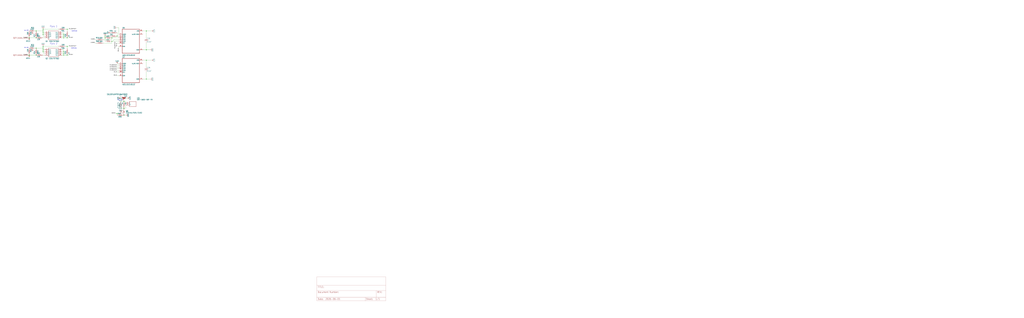
<source format=kicad_sch>
(kicad_sch (version 20231120) (generator "eeschema") (generator_version "8.0")
  (paper "User" 1510.54 469.976)
  (lib_symbols
    (symbol "upperArm-eagle-import:3.3V" (power)
      (symbol "3.3V_1_0"
        (polyline (pts (xy 0 2.54) (xy -0.762 1.27)) (stroke (width 0.254)))
        (polyline (pts (xy 0.762 1.27) (xy 0 2.54)) (stroke (width 0.254)))
        (pin power_in line (at 0 0 90) (length 2.54) (name "3.3V") (number "1"))
      )
    )
    (symbol "upperArm-eagle-import:ADS1015IDGST"
      (property "Reference" "U" (at -12.7 18.78 0))
      (symbol "ADS1015IDGST_1_0"
        (polyline (pts (xy -12.7 -17.78) (xy -12.7 17.78)) (stroke (width 0.41)))
        (polyline (pts (xy -12.7 17.78) (xy 12.7 17.78)) (stroke (width 0.41)))
        (polyline (pts (xy 12.7 -17.78) (xy -12.7 -17.78)) (stroke (width 0.41)))
        (polyline (pts (xy 12.7 17.78) (xy 12.7 -17.78)) (stroke (width 0.41)))
        (pin input line (at -17.78 10.16 0) (length 5.08) (name "ADDR") (number "1"))
        (pin input line (at -17.78 -2.54 0) (length 5.08) (name "SCL") (number "10"))
        (pin output line (at 17.78 10.16 180) (length 5.08) (name "ALERT/RDY") (number "2"))
        (pin power_in line (at 17.78 -12.7 180) (length 5.08) (name "GND") (number "3"))
        (pin input line (at -17.78 7.62 0) (length 5.08) (name "AIN0") (number "4"))
        (pin input line (at -17.78 5.08 0) (length 5.08) (name "AIN1") (number "5"))
        (pin input line (at -17.78 2.54 0) (length 5.08) (name "AIN2") (number "6"))
        (pin input line (at -17.78 0 0) (length 5.08) (name "AIN3") (number "7"))
        (pin power_in line (at 17.78 15.24 180) (length 5.08) (name "VDD") (number "8"))
        (pin bidirectional line (at -17.78 -7.62 0) (length 5.08) (name "SDA") (number "9"))
      )
    )
    (symbol "upperArm-eagle-import:B120-13-F"
      (symbol "B120-13-F_1_0"
        (polyline (pts (xy 2.54 0) (xy 3.81 0)) (stroke (width 0.2032)))
        (polyline (pts (xy 3.81 -1.905) (xy 6.35 0)) (stroke (width 0.2032)))
        (polyline (pts (xy 3.81 0) (xy 3.81 -1.905)) (stroke (width 0.2032)))
        (polyline (pts (xy 3.81 1.905) (xy 3.81 0)) (stroke (width 0.2032)))
        (polyline (pts (xy 6.35 -1.905) (xy 6.35 0)) (stroke (width 0.2032)))
        (polyline (pts (xy 6.35 0) (xy 3.81 1.905)) (stroke (width 0.2032)))
        (polyline (pts (xy 6.35 0) (xy 6.35 1.905)) (stroke (width 0.2032)))
        (polyline (pts (xy 6.35 0) (xy 7.62 0)) (stroke (width 0.2032)))
        (pin passive line (at 10.16 0 180) (length 2.54) (name "1") (number "1"))
        (pin passive line (at 0 0 0) (length 2.54) (name "2") (number "2"))
      )
    )
    (symbol "upperArm-eagle-import:C-USC0603"
      (property "Reference" "C" (at 1.016 0.635 0))
      (symbol "C-USC0603_1_0"
        (arc (start 0 -1.0161) (mid -1.302 -1.2303) (end -2.4668 -1.8504) (stroke (width 0.254)))
        (polyline (pts (xy -2.54 0) (xy 2.54 0)) (stroke (width 0.254)))
        (polyline (pts (xy 0 -1.016) (xy 0 -2.54)) (stroke (width 0.1524)))
        (arc (start 2.4892 -1.8541) (mid 1.3158 -1.2194) (end 0 -1) (stroke (width 0.254)))
        (pin passive line (at 0 2.54 270) (length 2.54) (name "1") (number "1"))
        (pin passive line (at 0 -5.08 90) (length 2.54) (name "2") (number "2"))
      )
    )
    (symbol "upperArm-eagle-import:CMT-1603-SMT-TR"
      (property "Reference" "LS" (at 16.51 7.62 0))
      (symbol "CMT-1603-SMT-TR_1_0"
        (polyline (pts (xy 5.08 2.54) (xy 5.08 -5.08)) (stroke (width 0.254)))
        (polyline (pts (xy 5.08 2.54) (xy 15.24 2.54)) (stroke (width 0.254)))
        (polyline (pts (xy 15.24 -5.08) (xy 5.08 -5.08)) (stroke (width 0.254)))
        (polyline (pts (xy 15.24 -5.08) (xy 15.24 2.54)) (stroke (width 0.254)))
        (pin bidirectional line (at 0 0 0) (length 5.08) (name "1") (number "1"))
        (pin bidirectional line (at 0 -2.54 0) (length 5.08) (name "2") (number "2"))
      )
    )
    (symbol "upperArm-eagle-import:CSD17575Q3"
      (property "Reference" "Q" (at 21.59 7.62 0))
      (symbol "CSD17575Q3_1_0"
        (polyline (pts (xy 5.08 2.54) (xy 5.08 -10.16)) (stroke (width 0.254)))
        (polyline (pts (xy 5.08 2.54) (xy 20.32 2.54)) (stroke (width 0.254)))
        (polyline (pts (xy 20.32 -10.16) (xy 5.08 -10.16)) (stroke (width 0.254)))
        (polyline (pts (xy 20.32 -10.16) (xy 20.32 2.54)) (stroke (width 0.254)))
        (pin bidirectional line (at 0 0 0) (length 5.08) (name "S_1") (number "1"))
        (pin bidirectional line (at 0 -2.54 0) (length 5.08) (name "S_2") (number "2"))
        (pin bidirectional line (at 0 -5.08 0) (length 5.08) (name "S_3") (number "3"))
        (pin bidirectional line (at 0 -7.62 0) (length 5.08) (name "G") (number "4"))
        (pin bidirectional line (at 25.4 0 180) (length 5.08) (name "D_1") (number "5"))
        (pin bidirectional line (at 25.4 -2.54 180) (length 5.08) (name "D_2") (number "6"))
        (pin bidirectional line (at 25.4 -5.08 180) (length 5.08) (name "D_3") (number "7"))
        (pin bidirectional line (at 25.4 -7.62 180) (length 5.08) (name "D_4") (number "8"))
      )
    )
    (symbol "upperArm-eagle-import:FRAME_C_L"
      (symbol "FRAME_C_L_1_0"
        (polyline (pts (xy 0 47.9778) (xy 3.81 47.9778)))
        (polyline (pts (xy 0 95.9556) (xy 3.81 95.9556)))
        (polyline (pts (xy 0 143.9333) (xy 3.81 143.9333)))
        (polyline (pts (xy 0 191.9111) (xy 3.81 191.9111)))
        (polyline (pts (xy 0 239.8889) (xy 3.81 239.8889)))
        (polyline (pts (xy 0 287.8667) (xy 3.81 287.8667)))
        (polyline (pts (xy 0 335.8444) (xy 3.81 335.8444)))
        (polyline (pts (xy 0 383.8222) (xy 3.81 383.8222)))
        (polyline (pts (xy 3.81 3.81) (xy 3.81 427.99)))
        (polyline (pts (xy 50.8 0) (xy 50.8 3.81)))
        (polyline (pts (xy 101.6 0) (xy 101.6 3.81)))
        (polyline (pts (xy 152.4 0) (xy 152.4 3.81)))
        (polyline (pts (xy 203.2 0) (xy 203.2 3.81)))
        (polyline (pts (xy 254 0) (xy 254 3.81)))
        (polyline (pts (xy 304.8 0) (xy 304.8 3.81)))
        (polyline (pts (xy 355.6 0) (xy 355.6 3.81)))
        (polyline (pts (xy 406.4 0) (xy 406.4 3.81)))
        (polyline (pts (xy 457.2 0) (xy 457.2 3.81)))
        (polyline (pts (xy 508 0) (xy 508 3.81)))
        (polyline (pts (xy 554.99 3.81) (xy 554.99 427.99)))
        (polyline (pts (xy 554.99 47.9778) (xy 558.8 47.9778)))
        (polyline (pts (xy 554.99 95.9556) (xy 558.8 95.9556)))
        (polyline (pts (xy 554.99 143.9333) (xy 558.8 143.9333)))
        (polyline (pts (xy 554.99 191.9111) (xy 558.8 191.9111)))
        (polyline (pts (xy 554.99 239.8889) (xy 558.8 239.8889)))
        (polyline (pts (xy 554.99 287.8667) (xy 558.8 287.8667)))
        (polyline (pts (xy 554.99 335.8444) (xy 558.8 335.8444)))
        (polyline (pts (xy 554.99 383.8222) (xy 558.8 383.8222)))
        (polyline (pts (xy 554.99 427.99) (xy 3.81 427.99)))
        (polyline (pts (xy 0 0) (xy 558.8 0) (xy 558.8 431.8) (xy 0 431.8) (xy 0 0)))
        (text "1" (at 25.4 429.895 0) (effects (font (size 2.54 2.286))))
        (text "2" (at 76.2 429.895 0) (effects (font (size 2.54 2.286))))
        (text "3" (at 127 429.895 0) (effects (font (size 2.54 2.286))))
        (text "4" (at 177.8 429.895 0) (effects (font (size 2.54 2.286))))
        (text "5" (at 228.6 429.895 0) (effects (font (size 2.54 2.286))))
        (text "6" (at 279.4 429.895 0) (effects (font (size 2.54 2.286))))
        (text "7" (at 330.2 429.895 0) (effects (font (size 2.54 2.286))))
        (text "8" (at 381 429.895 0) (effects (font (size 2.54 2.286))))
        (text "9" (at 431.8 429.895 0) (effects (font (size 2.54 2.286))))
        (text ":" (at 482.6 429.895 0) (effects (font (size 2.54 2.286))))
        (text ";" (at 533.4 429.895 0) (effects (font (size 2.54 2.286))))
        (text "A" (at 1.905 407.8111 0) (effects (font (size 2.54 2.286))))
        (text "A" (at 556.895 407.8111 0) (effects (font (size 2.54 2.286))))
        (text "B" (at 1.905 359.8333 0) (effects (font (size 2.54 2.286))))
        (text "B" (at 556.895 359.8333 0) (effects (font (size 2.54 2.286))))
        (text "C" (at 1.905 311.8556 0) (effects (font (size 2.54 2.286))))
        (text "C" (at 556.895 311.8556 0) (effects (font (size 2.54 2.286))))
        (text "D" (at 1.905 263.8778 0) (effects (font (size 2.54 2.286))))
        (text "D" (at 556.895 263.8778 0) (effects (font (size 2.54 2.286))))
        (text "E" (at 1.905 215.9 0) (effects (font (size 2.54 2.286))))
        (text "E" (at 556.895 215.9 0) (effects (font (size 2.54 2.286))))
        (text "F" (at 1.905 167.9222 0) (effects (font (size 2.54 2.286))))
        (text "F" (at 556.895 167.9222 0) (effects (font (size 2.54 2.286))))
        (text "G" (at 1.905 119.9444 0) (effects (font (size 2.54 2.286))))
        (text "G" (at 556.895 119.9444 0) (effects (font (size 2.54 2.286))))
        (text "H" (at 1.905 71.9667 0) (effects (font (size 2.54 2.286))))
        (text "H" (at 556.895 71.9667 0) (effects (font (size 2.54 2.286))))
        (text "I" (at 1.905 23.9889 0) (effects (font (size 2.54 2.286))))
        (text "I" (at 556.895 23.9889 0) (effects (font (size 2.54 2.286))))
      )
      (symbol "FRAME_C_L_2_0"
        (polyline (pts (xy 0 0) (xy 0 5.08)) (stroke (width 0.1016)))
        (polyline (pts (xy 0 0) (xy 71.12 0)) (stroke (width 0.1016)))
        (polyline (pts (xy 0 5.08) (xy 0 15.24)) (stroke (width 0.1016)))
        (polyline (pts (xy 0 5.08) (xy 71.12 5.08)) (stroke (width 0.1016)))
        (polyline (pts (xy 0 15.24) (xy 0 22.86)) (stroke (width 0.1016)))
        (polyline (pts (xy 0 22.86) (xy 0 35.56)) (stroke (width 0.1016)))
        (polyline (pts (xy 0 22.86) (xy 101.6 22.86)) (stroke (width 0.1016)))
        (polyline (pts (xy 71.12 0) (xy 101.6 0)) (stroke (width 0.1016)))
        (polyline (pts (xy 71.12 5.08) (xy 71.12 0)) (stroke (width 0.1016)))
        (polyline (pts (xy 71.12 5.08) (xy 87.63 5.08)) (stroke (width 0.1016)))
        (polyline (pts (xy 87.63 5.08) (xy 101.6 5.08)) (stroke (width 0.1016)))
        (polyline (pts (xy 87.63 15.24) (xy 0 15.24)) (stroke (width 0.1016)))
        (polyline (pts (xy 87.63 15.24) (xy 87.63 5.08)) (stroke (width 0.1016)))
        (polyline (pts (xy 101.6 5.08) (xy 101.6 0)) (stroke (width 0.1016)))
        (polyline (pts (xy 101.6 15.24) (xy 87.63 15.24)) (stroke (width 0.1016)))
        (polyline (pts (xy 101.6 15.24) (xy 101.6 5.08)) (stroke (width 0.1016)))
        (polyline (pts (xy 101.6 22.86) (xy 101.6 15.24)) (stroke (width 0.1016)))
        (polyline (pts (xy 101.6 35.56) (xy 0 35.56)) (stroke (width 0.1016)))
        (polyline (pts (xy 101.6 35.56) (xy 101.6 22.86)) (stroke (width 0.1016)))
        (text "${#}/${##}" (at 86.36 1.27 0) (effects (font (size 2.54 2.159)) (justify left bottom)))
        (text "${CURRENT_DATE}" (at 12.7 1.27 0) (effects (font (size 2.54 2.159)) (justify left bottom)))
        (text "${PROJECTNAME}" (at 17.78 19.05 0) (effects (font (size 2.54 2.159)) (justify left bottom)))
        (text "Date:" (at 1.27 1.27 0) (effects (font (size 2.54 2.159)) (justify left bottom)))
        (text "Document Number:" (at 1.27 11.43 0) (effects (font (size 2.54 2.159)) (justify left bottom)))
        (text "REV:" (at 88.9 11.43 0) (effects (font (size 2.54 2.159)) (justify left bottom)))
        (text "Sheet:" (at 72.39 1.27 0) (effects (font (size 2.54 2.159)) (justify left bottom)))
        (text "TITLE:" (at 1.27 19.05 0) (effects (font (size 2.54 2.159)) (justify left bottom)))
      )
    )
    (symbol "upperArm-eagle-import:GND" (power)
      (symbol "GND_1_0"
        (polyline (pts (xy -1.905 0) (xy 1.905 0)) (stroke (width 0.254)))
        (pin power_in line (at 0 2.54 270) (length 2.54) (name "GND") (number "1"))
      )
    )
    (symbol "upperArm-eagle-import:LEDCHIP-LED0805"
      (property "Reference" "LED" (at 3.556 -4.572 90))
      (symbol "LEDCHIP-LED0805_1_0"
        (polyline (pts (xy -2.032 -0.762) (xy -3.429 -2.159)) (stroke (width 0.1524)))
        (polyline (pts (xy -1.905 -1.905) (xy -3.302 -3.302)) (stroke (width 0.1524)))
        (polyline (pts (xy 0 -2.54) (xy -1.27 -2.54)) (stroke (width 0.254)))
        (polyline (pts (xy 0 -2.54) (xy -1.27 0)) (stroke (width 0.254)))
        (polyline (pts (xy 0 0) (xy -1.27 0)) (stroke (width 0.254)))
        (polyline (pts (xy 1.27 -2.54) (xy 0 -2.54)) (stroke (width 0.254)))
        (polyline (pts (xy 1.27 0) (xy 0 -2.54)) (stroke (width 0.254)))
        (polyline (pts (xy 1.27 0) (xy 0 0)) (stroke (width 0.254)))
        (polyline (pts (xy -3.429 -2.159) (xy -3.048 -1.27) (xy -2.54 -1.778)) (stroke (width 0.1524)) (fill (type outline)))
        (polyline (pts (xy -3.302 -3.302) (xy -2.921 -2.413) (xy -2.413 -2.921)) (stroke (width 0.1524)) (fill (type outline)))
        (pin passive line (at 0 2.54 270) (length 2.54) (name "A") (number "A"))
        (pin passive line (at 0 -5.08 90) (length 2.54) (name "C") (number "C"))
      )
    )
    (symbol "upperArm-eagle-import:MOSFET-NCH-BSS138"
      (property "Reference" "Q" (at 5.08 0 0))
      (symbol "MOSFET-NCH-BSS138_1_0"
        (polyline (pts (xy -2.54 -2.54) (xy -2.54 2.54)) (stroke (width 0.1524)))
        (polyline (pts (xy -1.9812 -1.905) (xy -1.9812 -2.54)) (stroke (width 0.1524)))
        (polyline (pts (xy -1.9812 -1.905) (xy 0 -1.905)) (stroke (width 0.1524)))
        (polyline (pts (xy -1.9812 -1.2954) (xy -1.9812 -1.905)) (stroke (width 0.1524)))
        (polyline (pts (xy -1.9812 0.6858) (xy -1.9812 -0.8382)) (stroke (width 0.1524)))
        (polyline (pts (xy -1.9812 1.8034) (xy -1.9812 1.0922)) (stroke (width 0.1524)))
        (polyline (pts (xy -1.9812 1.8034) (xy 2.54 1.8034)) (stroke (width 0.1524)))
        (polyline (pts (xy -1.9812 2.54) (xy -1.9812 1.8034)) (stroke (width 0.1524)))
        (polyline (pts (xy 0 -1.905) (xy 0 0)) (stroke (width 0.1524)))
        (polyline (pts (xy 0 0) (xy -1.2192 0)) (stroke (width 0.1524)))
        (polyline (pts (xy 1.6002 0.381) (xy 1.778 0.5588)) (stroke (width 0.1524)))
        (polyline (pts (xy 2.54 -2.54) (xy 2.54 -1.905)) (stroke (width 0.1524)))
        (polyline (pts (xy 2.54 -1.905) (xy 0 -1.905)) (stroke (width 0.1524)))
        (polyline (pts (xy 2.54 -0.7112) (xy 2.54 -1.905)) (stroke (width 0.1524)))
        (polyline (pts (xy 2.54 0.5588) (xy 1.778 0.5588)) (stroke (width 0.1524)))
        (polyline (pts (xy 2.54 0.5588) (xy 3.302 0.5588)) (stroke (width 0.1524)))
        (polyline (pts (xy 2.54 1.8034) (xy 2.54 0.5588)) (stroke (width 0.1524)))
        (polyline (pts (xy 2.54 2.54) (xy 2.54 1.8034)) (stroke (width 0.1524)))
        (polyline (pts (xy 3.302 0.5588) (xy 3.4798 0.7366)) (stroke (width 0.1524)))
        (polyline (pts (xy -1.9812 0) (xy -1.2192 0.254) (xy -1.2192 -0.254)) (stroke (width 0.1524)) (fill (type outline)))
        (polyline (pts (xy 1.778 -0.7112) (xy 2.54 0.5588) (xy 3.302 -0.7112)) (stroke (width 0.1524)) (fill (type outline)))
        (pin bidirectional line (at -5.08 -2.54 0) (length 2.54) (name "G") (number "1"))
        (pin bidirectional line (at 2.54 -5.08 90) (length 2.54) (name "S") (number "2"))
        (pin bidirectional line (at 2.54 5.08 270) (length 2.54) (name "D") (number "3"))
      )
    )
    (symbol "upperArm-eagle-import:R-US_R0603"
      (property "Reference" "R" (at -3.81 1.4986 0))
      (symbol "R-US_R0603_1_0"
        (polyline (pts (xy -2.54 0) (xy -2.159 1.016)) (stroke (width 0.2032)))
        (polyline (pts (xy -2.159 1.016) (xy -1.524 -1.016)) (stroke (width 0.2032)))
        (polyline (pts (xy -1.524 -1.016) (xy -0.889 1.016)) (stroke (width 0.2032)))
        (polyline (pts (xy -0.889 1.016) (xy -0.254 -1.016)) (stroke (width 0.2032)))
        (polyline (pts (xy -0.254 -1.016) (xy 0.381 1.016)) (stroke (width 0.2032)))
        (polyline (pts (xy 0.381 1.016) (xy 1.016 -1.016)) (stroke (width 0.2032)))
        (polyline (pts (xy 1.016 -1.016) (xy 1.651 1.016)) (stroke (width 0.2032)))
        (polyline (pts (xy 1.651 1.016) (xy 2.286 -1.016)) (stroke (width 0.2032)))
        (polyline (pts (xy 2.286 -1.016) (xy 2.54 0)) (stroke (width 0.2032)))
        (pin passive line (at -5.08 0 0) (length 2.54) (name "1") (number "1"))
        (pin passive line (at 5.08 0 180) (length 2.54) (name "2") (number "2"))
      )
    )
    (symbol "upperArm-eagle-import:SOLDERJUMPER_2WAY0603"
      (property "Reference" "SJ" (at -5.08 -3.81 0))
      (symbol "SOLDERJUMPER_2WAY0603_1_0"
        (arc (start -0.635 1.27) (mid -1.905 0) (end -0.635 -1.27) (stroke (width 0.0001)) (fill (type outline)))
        (rectangle (start -0.254 -1.27) (end 0.254 1.27) (fill (type outline)))
        (polyline (pts (xy -2.54 0) (xy -1.651 0)) (stroke (width 0.1524)))
        (polyline (pts (xy 0 2.54) (xy 0 0.381)) (stroke (width 0.1524)))
        (polyline (pts (xy 2.54 0) (xy 1.651 0)) (stroke (width 0.1524)))
        (arc (start 0.635 -1.27) (mid 1.905 0) (end 0.635 1.27) (stroke (width 0.0001)) (fill (type outline)))
        (pin passive line (at -2.54 0 0) (length 0) (name "1") (number "1"))
        (pin passive line (at 0 2.54 270) (length 0) (name "2") (number "2"))
        (pin passive line (at 2.54 0 180) (length 0) (name "3") (number "3"))
      )
    )
    (symbol "upperArm-eagle-import:SparkFun-PowerSymbols_GND" (power)
      (symbol "SparkFun-PowerSymbols_GND_1_0"
        (polyline (pts (xy -1.905 0) (xy 1.905 0)) (stroke (width 0.254)))
        (pin power_in line (at 0 2.54 270) (length 2.54) (name "GND") (number "1"))
      )
    )
    (symbol "upperArm-eagle-import:TPB1,27"
      (property "Reference" "TP" (at -1.27 1.27 0))
      (symbol "TPB1,27_1_0"
        (polyline (pts (xy -0.762 -0.762) (xy 0 0)) (stroke (width 0.254)))
        (polyline (pts (xy 0 -1.524) (xy -0.762 -0.762)) (stroke (width 0.254)))
        (polyline (pts (xy 0 0) (xy 0.762 -0.762)) (stroke (width 0.254)))
        (polyline (pts (xy 0.762 -0.762) (xy 0 -1.524)) (stroke (width 0.254)))
        (text "${TP_SIGNAL_NAME}" (at 1.27 -1.27 0) (effects (font (size 1.778 1.5113)) (justify left bottom)))
        (pin input line (at 0 -2.54 90) (length 2.54) (name "TP") (number "TP"))
      )
    )
    (symbol "upperArm-eagle-import:VIN" (power)
      (symbol "VIN_1_0"
        (polyline (pts (xy 0 2.54) (xy -0.762 1.27)) (stroke (width 0.254)))
        (polyline (pts (xy 0.762 1.27) (xy 0 2.54)) (stroke (width 0.254)))
        (pin power_in line (at 0 0 90) (length 2.54) (name "VIN") (number "1"))
      )
    )
  )
  (junction (at 63.5 48.26))
  (junction (at 53.34 71.12))
  (junction (at 63.5 71.12))
  (junction (at 172.72 53.34))
  (junction (at 215.9 116.84))
  (junction (at 63.5 73.66))
  (junction (at 93.98 78.74))
  (junction (at 63.5 45.72))
  (junction (at 165.1 55.88))
  (junction (at 215.9 45.72))
  (junction (at 63.5 50.8))
  (junction (at 93.98 53.34))
  (junction (at 43.18 55.88))
  (junction (at 99.06 68.58))
  (junction (at 172.72 167.64))
  (junction (at 43.18 81.28))
  (junction (at 93.98 55.88))
  (junction (at 99.06 81.28))
  (junction (at 154.94 55.88))
  (junction (at 182.88 170.18))
  (junction (at 53.34 81.28))
  (junction (at 215.9 88.9))
  (junction (at 165.1 60.96))
  (junction (at 99.06 43.18))
  (junction (at 63.5 43.18))
  (junction (at 99.06 55.88))
  (junction (at 154.94 53.34))
  (junction (at 63.5 76.2))
  (junction (at 93.98 50.8))
  (junction (at 53.34 55.88))
  (junction (at 63.5 68.58))
  (junction (at 93.98 81.28))
  (junction (at 182.88 149.86))
  (junction (at 182.88 160.02))
  (junction (at 215.9 73.66))
  (junction (at 53.34 45.72))
  (junction (at 93.98 76.2))
  (wire (pts (xy 172.72 53.34) (xy 175.26 53.34)) (stroke (width 0.1524)))
  (wire (pts (xy 63.5 53.34) (xy 66.04 53.34)) (stroke (width 0.1524)))
  (wire (pts (xy 63.5 71.12) (xy 63.5 68.58)) (stroke (width 0.1524)))
  (wire (pts (xy 86.36 68.58) (xy 63.5 68.58)) (stroke (width 0.1524)))
  (wire (pts (xy 167.64 58.42) (xy 167.64 60.96)) (stroke (width 0.1524)))
  (wire (pts (xy 175.26 50.8) (xy 175.26 40.64)) (stroke (width 0.1524)))
  (wire (pts (xy 53.34 71.12) (xy 50.8 71.12)) (stroke (width 0.1524)))
  (wire (pts (xy 175.26 60.96) (xy 170.18 60.96)) (stroke (width 0.1524)))
  (wire (pts (xy 93.98 73.66) (xy 93.98 76.2)) (stroke (width 0.1524)))
  (wire (pts (xy 165.1 55.88) (xy 165.1 58.42)) (stroke (width 0.1524)))
  (wire (pts (xy 91.44 50.8) (xy 93.98 50.8)) (stroke (width 0.1524)))
  (wire (pts (xy 66.04 48.26) (xy 63.5 48.26)) (stroke (width 0.1524)))
  (wire (pts (xy 139.7 58.42) (xy 142.24 58.42)) (stroke (width 0.1524)))
  (wire (pts (xy 99.06 68.58) (xy 101.6 68.58)) (stroke (width 0.1524)))
  (wire (pts (xy 142.24 63.5) (xy 139.7 63.5)) (stroke (width 0.1524)))
  (wire (pts (xy 215.9 116.84) (xy 210.82 116.84)) (stroke (width 0.1524)))
  (wire (pts (xy 91.44 73.66) (xy 93.98 73.66)) (stroke (width 0.1524)))
  (wire (pts (xy 99.06 55.88) (xy 101.6 55.88)) (stroke (width 0.1524)))
  (wire (pts (xy 215.9 63.5) (xy 215.9 73.66)) (stroke (width 0.1524)))
  (wire (pts (xy 93.98 48.26) (xy 93.98 50.8)) (stroke (width 0.1524)))
  (wire (pts (xy 162.56 53.34) (xy 154.94 53.34)) (stroke (width 0.1524)))
  (wire (pts (xy 175.26 99.06) (xy 172.72 99.06)) (stroke (width 0.1524)))
  (wire (pts (xy 175.26 104.14) (xy 172.72 104.14)) (stroke (width 0.1524)))
  (wire (pts (xy 96.52 43.18) (xy 99.06 43.18)) (stroke (width 0.1524)))
  (wire (pts (xy 175.26 55.88) (xy 165.1 55.88)) (stroke (width 0.1524)))
  (wire (pts (xy 66.04 50.8) (xy 63.5 50.8)) (stroke (width 0.1524)))
  (wire (pts (xy 86.36 43.18) (xy 63.5 43.18)) (stroke (width 0.1524)))
  (wire (pts (xy 215.9 45.72) (xy 210.82 45.72)) (stroke (width 0.1524)))
  (wire (pts (xy 91.44 53.34) (xy 93.98 53.34)) (stroke (width 0.1524)))
  (wire (pts (xy 154.94 55.88) (xy 154.94 60.96)) (stroke (width 0.1524)))
  (wire (pts (xy 43.18 55.88) (xy 53.34 55.88)) (stroke (width 0.1524)))
  (wire (pts (xy 91.44 81.28) (xy 93.98 81.28)) (stroke (width 0.1524)))
  (wire (pts (xy 63.5 48.26) (xy 63.5 50.8)) (stroke (width 0.1524)))
  (wire (pts (xy 215.9 88.9) (xy 223.52 88.9)) (stroke (width 0.1524)))
  (wire (pts (xy 165.1 63.5) (xy 152.4 63.5)) (stroke (width 0.1524)))
  (wire (pts (xy 66.04 55.88) (xy 63.5 55.88)) (stroke (width 0.1524)))
  (wire (pts (xy 43.18 81.28) (xy 53.34 81.28)) (stroke (width 0.1524)))
  (wire (pts (xy 66.04 73.66) (xy 63.5 73.66)) (stroke (width 0.1524)))
  (wire (pts (xy 185.42 160.02) (xy 182.88 160.02)) (stroke (width 0.1524)))
  (wire (pts (xy 215.9 73.66) (xy 210.82 73.66)) (stroke (width 0.1524)))
  (wire (pts (xy 93.98 55.88) (xy 99.06 55.88)) (stroke (width 0.1524)))
  (wire (pts (xy 175.26 167.64) (xy 172.72 167.64)) (stroke (width 0.1524)))
  (wire (pts (xy 63.5 71.12) (xy 53.34 71.12)) (stroke (width 0.1524)))
  (wire (pts (xy 63.5 73.66) (xy 63.5 71.12)) (stroke (width 0.1524)))
  (wire (pts (xy 43.18 81.28) (xy 40.64 81.28)) (stroke (width 0.1524)))
  (wire (pts (xy 175.26 58.42) (xy 167.64 58.42)) (stroke (width 0.1524)))
  (wire (pts (xy 99.06 81.28) (xy 101.6 81.28)) (stroke (width 0.1524)))
  (wire (pts (xy 215.9 106.68) (xy 215.9 116.84)) (stroke (width 0.1524)))
  (wire (pts (xy 96.52 68.58) (xy 99.06 68.58)) (stroke (width 0.1524)))
  (wire (pts (xy 175.26 106.68) (xy 172.72 106.68)) (stroke (width 0.1524)))
  (wire (pts (xy 63.5 45.72) (xy 53.34 45.72)) (stroke (width 0.1524)))
  (wire (pts (xy 215.9 55.88) (xy 215.9 45.72)) (stroke (width 0.1524)))
  (wire (pts (xy 63.5 50.8) (xy 63.5 53.34)) (stroke (width 0.1524)))
  (wire (pts (xy 165.1 58.42) (xy 152.4 58.42)) (stroke (width 0.1524)))
  (wire (pts (xy 93.98 76.2) (xy 93.98 78.74)) (stroke (width 0.1524)))
  (wire (pts (xy 175.26 96.52) (xy 172.72 96.52)) (stroke (width 0.1524)))
  (wire (pts (xy 175.26 40.64) (xy 172.72 40.64)) (stroke (width 0.1524)))
  (wire (pts (xy 182.88 149.86) (xy 185.42 149.86)) (stroke (width 0.1524)))
  (wire (pts (xy 63.5 76.2) (xy 63.5 78.74)) (stroke (width 0.1524)))
  (wire (pts (xy 165.1 60.96) (xy 165.1 63.5)) (stroke (width 0.1524)))
  (wire (pts (xy 185.42 149.86) (xy 185.42 152.4)) (stroke (width 0.1524)))
  (wire (pts (xy 154.94 55.88) (xy 154.94 53.34)) (stroke (width 0.1524)))
  (wire (pts (xy 91.44 78.74) (xy 93.98 78.74)) (stroke (width 0.1524)))
  (wire (pts (xy 93.98 81.28) (xy 99.06 81.28)) (stroke (width 0.1524)))
  (wire (pts (xy 180.34 144.78) (xy 177.8 144.78)) (stroke (width 0.1524)))
  (wire (pts (xy 175.26 68.58) (xy 175.26 71.12)) (stroke (width 0.1524)))
  (wire (pts (xy 99.06 43.18) (xy 101.6 43.18)) (stroke (width 0.1524)))
  (wire (pts (xy 175.26 63.5) (xy 172.72 63.5)) (stroke (width 0.1524)))
  (wire (pts (xy 93.98 50.8) (xy 93.98 53.34)) (stroke (width 0.1524)))
  (wire (pts (xy 66.04 76.2) (xy 63.5 76.2)) (stroke (width 0.1524)))
  (wire (pts (xy 172.72 48.26) (xy 172.72 53.34)) (stroke (width 0.1524)))
  (wire (pts (xy 185.42 144.78) (xy 187.96 144.78)) (stroke (width 0.1524)))
  (wire (pts (xy 66.04 81.28) (xy 63.5 81.28)) (stroke (width 0.1524)))
  (wire (pts (xy 215.9 88.9) (xy 210.82 88.9)) (stroke (width 0.1524)))
  (wire (pts (xy 215.9 45.72) (xy 223.52 45.72)) (stroke (width 0.1524)))
  (wire (pts (xy 167.64 60.96) (xy 165.1 60.96)) (stroke (width 0.1524)))
  (wire (pts (xy 175.26 93.98) (xy 172.72 93.98)) (stroke (width 0.1524)))
  (wire (pts (xy 175.26 101.6) (xy 172.72 101.6)) (stroke (width 0.1524)))
  (wire (pts (xy 182.88 149.86) (xy 177.8 149.86)) (stroke (width 0.1524)))
  (wire (pts (xy 99.06 68.58) (xy 99.06 71.12)) (stroke (width 0.1524)))
  (wire (pts (xy 93.98 53.34) (xy 93.98 55.88)) (stroke (width 0.1524)))
  (wire (pts (xy 63.5 45.72) (xy 63.5 43.18)) (stroke (width 0.1524)))
  (wire (pts (xy 215.9 73.66) (xy 220.98 73.66)) (stroke (width 0.1524)))
  (wire (pts (xy 63.5 48.26) (xy 63.5 45.72)) (stroke (width 0.1524)))
  (wire (pts (xy 91.44 48.26) (xy 93.98 48.26)) (stroke (width 0.1524)))
  (wire (pts (xy 215.9 99.06) (xy 215.9 88.9)) (stroke (width 0.1524)))
  (wire (pts (xy 63.5 78.74) (xy 66.04 78.74)) (stroke (width 0.1524)))
  (wire (pts (xy 53.34 45.72) (xy 50.8 45.72)) (stroke (width 0.1524)))
  (wire (pts (xy 63.5 73.66) (xy 63.5 76.2)) (stroke (width 0.1524)))
  (wire (pts (xy 182.88 160.02) (xy 177.8 160.02)) (stroke (width 0.1524)))
  (wire (pts (xy 99.06 43.18) (xy 99.06 45.72)) (stroke (width 0.1524)))
  (wire (pts (xy 185.42 170.18) (xy 182.88 170.18)) (stroke (width 0.1524)))
  (wire (pts (xy 172.72 167.64) (xy 172.72 170.18)) (stroke (width 0.1524)))
  (wire (pts (xy 43.18 55.88) (xy 40.64 55.88)) (stroke (width 0.1524)))
  (wire (pts (xy 175.26 111.76) (xy 172.72 111.76)) (stroke (width 0.1524)))
  (wire (pts (xy 182.88 147.32) (xy 182.88 149.86)) (stroke (width 0.1524)))
  (wire (pts (xy 93.98 78.74) (xy 93.98 81.28)) (stroke (width 0.1524)))
  (wire (pts (xy 91.44 76.2) (xy 93.98 76.2)) (stroke (width 0.1524)))
  (wire (pts (xy 91.44 55.88) (xy 93.98 55.88)) (stroke (width 0.1524)))
  (wire (pts (xy 185.42 154.94) (xy 185.42 160.02)) (stroke (width 0.1524)))
  (wire (pts (xy 215.9 116.84) (xy 220.98 116.84)) (stroke (width 0.1524)))
  (wire (pts (xy 172.72 167.64) (xy 170.18 167.64)) (stroke (width 0.1524)))
  (text "Ind LED" (at 35.56 45.72 0) (effects (font (size 1.27 1.0795)) (justify left bottom)))
  (text "Pyro 2" (at 73.66 66.04 0) (effects (font (size 2.54 2.159)) (justify left bottom)))
  (text "Continuity" (at 105.664 46.482 0) (effects (font (size 1.27 1.0795)) (justify left bottom)))
  (text "Buzzer" (at 173.482 148.336 0) (effects (font (size 1.778 1.5113)) (justify left bottom)))
  (text "Continuity" (at 104.902 71.882 0) (effects (font (size 1.27 1.0795)) (justify left bottom)))
  (text "Pyro 1" (at 73.66 40.64 0) (effects (font (size 2.54 2.159)) (justify left bottom)))
  (text "Ind LED" (at 35.56 71.12 0) (effects (font (size 1.27 1.0795)) (justify left bottom)))
  (label "PY2_CONTINUITY" (at 172.72 99.06 180) (effects (font (size 0.889 0.889))))
  (label "V_SERVO" (at 139.7 58.42 180) (effects (font (size 0.889 0.889))))
  (label "SCL_3V" (at 172.72 63.5 270) (effects (font (size 0.889 0.889))))
  (label "BUZZER" (at 170.18 167.64 180) (effects (font (size 0.889 0.889))))
  (label "PY_ACC2" (at 40.64 81.28 180) (effects (font (size 0.889 0.889))))
  (label "PY4_CONTINUITY" (at 172.72 104.14 180) (effects (font (size 0.889 0.889))))
  (label "SCL_3V" (at 172.72 106.68 180) (effects (font (size 0.889 0.889))))
  (label "PY1_OUT" (at 101.6 55.88 0) (effects (font (size 0.889 0.889))))
  (label "PY2_CONTINUITY" (at 101.6 68.58 0) (effects (font (size 0.889 0.889))))
  (label "SDA_3V" (at 172.72 111.76 180) (effects (font (size 0.889 0.889))))
  (label "PY1_CONTINUITY" (at 172.72 96.52 180) (effects (font (size 0.889 0.889))))
  (label "PY3_CONTINUITY" (at 172.72 101.6 180) (effects (font (size 0.889 0.889))))
  (label "PY1_CONTINUITY" (at 101.6 43.18 0) (effects (font (size 0.889 0.889))))
  (label "SDA_3V" (at 175.26 71.12 270) (effects (font (size 0.889 0.889))))
  (label "PY5_CONTINUITY" (at 170.18 60.96 270) (effects (font (size 0.889 0.889))))
  (label "PY2_OUT" (at 101.6 81.28 0) (effects (font (size 0.889 0.889))))
  (label "V_MOTOR" (at 139.7 63.5 180) (effects (font (size 0.889 0.889))))
  (label "PY_ACC1" (at 40.64 55.88 180) (effects (font (size 0.889 0.889))))
  (symbol (lib_id "upperArm-eagle-import:GND") (at 154.94 50.8 180) (unit 1)
    (property "Reference" "#GND026" (effects (hide yes)))
    (property "Value" "GND" (at 157.48 48.26 0) (effects (font (size 1.778 1.5113)) (justify left bottom)))
  )
  (symbol (lib_id "upperArm-eagle-import:ADS1015IDGST") (at 193.04 60.96 0) (unit 1)
    (property "Reference" "U6" (at 180.34 42.18 0) (effects (font (size 2.0828 1.7703)) (justify left bottom)))
    (property "Value" "ADS1015IDGST" (at 180.34 82.74 0) (effects (font (size 2.0828 1.7703)) (justify left bottom)))
    (property "Footprint" "upperArm:SOP50P490X110-10N" (effects (hide yes)))
  )
  (symbol (lib_id "upperArm-eagle-import:GND") (at 170.18 40.64 270) (unit 1)
    (property "Reference" "#GND024" (effects (hide yes)))
    (property "Value" "GND" (at 167.64 38.1 0) (effects (font (size 1.778 1.5113)) (justify left bottom)))
  )
  (symbol (lib_id "upperArm-eagle-import:R-US_R0603") (at 99.06 50.8 90) (unit 1)
    (property "Reference" "R30" (at 97.5614 54.61 0) (effects (font (size 1.778 1.5113)) (justify left bottom)))
    (property "Value" "1k" (at 102.362 54.61 0) (effects (font (size 1.778 1.5113)) (justify left bottom)))
    (property "Footprint" "upperArm:R0603" (effects (hide yes)))
  )
  (symbol (lib_id "upperArm-eagle-import:C-USC0603") (at 215.9 101.6 0) (unit 1)
    (property "Reference" "C19" (at 216.916 100.965 0) (effects (font (size 1.778 1.5113)) (justify left bottom)))
    (property "Value" "0.1uF" (at 216.916 105.791 0) (effects (font (size 1.778 1.5113)) (justify left bottom)))
    (property "Footprint" "upperArm:C0603" (effects (hide yes)))
  )
  (symbol (lib_id "upperArm-eagle-import:R-US_R0603") (at 58.42 55.88 0) (unit 1)
    (property "Reference" "R23" (at 54.61 54.3814 0) (effects (font (size 1.778 1.5113)) (justify left bottom)))
    (property "Value" "220" (at 54.61 59.182 0) (effects (font (size 1.778 1.5113)) (justify left bottom)))
    (property "Footprint" "upperArm:R0603" (effects (hide yes)))
  )
  (symbol (lib_id "upperArm-eagle-import:LEDCHIP-LED0805") (at 45.72 45.72 90) (unit 1)
    (property "Reference" "LED2" (at 50.292 42.164 90) (effects (font (size 1.778 1.5113)) (justify left bottom)))
    (property "Value" "RED" (at 50.292 40.005 90) (effects (font (size 1.778 1.5113)) (justify left bottom)))
    (property "Footprint" "upperArm:CHIP-LED0805" (effects (hide yes)))
  )
  (symbol (lib_id "upperArm-eagle-import:3.3V") (at 223.52 45.72 270) (unit 1)
    (property "Reference" "#SUPPLY014" (effects (hide yes)))
    (property "Value" "3.3V" (at 226.314 45.72 0) (effects (font (size 1.778 1.5113)) (justify bottom)))
  )
  (symbol (lib_id "upperArm-eagle-import:ADS1015IDGST") (at 193.04 104.14 0) (unit 1)
    (property "Reference" "U2" (at 180.34 85.36 0) (effects (font (size 2.0828 1.7703)) (justify left bottom)))
    (property "Value" "ADS1015IDGST" (at 180.34 125.92 0) (effects (font (size 2.0828 1.7703)) (justify left bottom)))
    (property "Footprint" "upperArm:SOP50P490X110-10N" (effects (hide yes)))
  )
  (symbol (lib_id "upperArm-eagle-import:SparkFun-PowerSymbols_GND") (at 187.96 170.18 90) (unit 1)
    (property "Reference" "#GND010" (effects (hide yes)))
    (property "Value" "GND" (at 188.214 170.18 0) (effects (font (size 1.778 1.5113)) (justify top)))
  )
  (symbol (lib_id "upperArm-eagle-import:R-US_R0603") (at 177.8 170.18 0) (unit 1)
    (property "Reference" "R22" (at 173.99 168.6814 0) (effects (font (size 1.778 1.5113)) (justify left bottom)))
    (property "Value" "100k" (at 173.99 173.482 0) (effects (font (size 1.778 1.5113)) (justify left bottom)))
    (property "Footprint" "upperArm:R0603" (effects (hide yes)))
  )
  (symbol (lib_id "upperArm-eagle-import:GND") (at 223.52 116.84 90) (unit 1)
    (property "Reference" "#GND013" (effects (hide yes)))
    (property "Value" "GND" (at 226.06 119.38 0) (effects (font (size 1.778 1.5113)) (justify left bottom)))
  )
  (symbol (lib_id "upperArm-eagle-import:GND") (at 63.5 40.64 180) (unit 1)
    (property "Reference" "#GND037" (effects (hide yes)))
    (property "Value" "GND" (at 66.04 38.1 0) (effects (font (size 1.778 1.5113)) (justify left bottom)))
  )
  (symbol (lib_id "upperArm-eagle-import:R-US_R0603") (at 160.02 60.96 180) (unit 1)
    (property "Reference" "R67" (effects (hide yes)))
    (property "Value" "680" (at 161.29 57.658 0) (effects (font (size 1.778 1.5113)) (justify left bottom)))
    (property "Footprint" "upperArm:R0603" (effects (hide yes)))
  )
  (symbol (lib_id "upperArm-eagle-import:LEDCHIP-LED0805") (at 45.72 71.12 90) (unit 1)
    (property "Reference" "LED3" (at 50.292 67.564 90) (effects (font (size 1.778 1.5113)) (justify left bottom)))
    (property "Value" "RED" (at 50.292 65.405 90) (effects (font (size 1.778 1.5113)) (justify left bottom)))
    (property "Footprint" "upperArm:CHIP-LED0805" (effects (hide yes)))
  )
  (symbol (lib_id "upperArm-eagle-import:R-US_R0603") (at 147.32 63.5 180) (unit 1)
    (property "Reference" "R68" (at 146.05 59.9186 0) (effects (font (size 1.778 1.5113)) (justify left bottom)))
    (property "Value" "560" (at 151.13 60.198 0) (effects (font (size 1.778 1.5113)) (justify left bottom)))
    (property "Footprint" "upperArm:R0603" (effects (hide yes)))
  )
  (symbol (lib_id "upperArm-eagle-import:R-US_R0603") (at 91.44 43.18 180) (unit 1)
    (property "Reference" "R31" (at 95.25 44.6786 0) (effects (font (size 1.778 1.5113)) (justify left bottom)))
    (property "Value" "330" (at 95.25 39.878 0) (effects (font (size 1.778 1.5113)) (justify left bottom)))
    (property "Footprint" "upperArm:R0603" (effects (hide yes)))
  )
  (symbol (lib_id "upperArm-eagle-import:VIN") (at 177.8 144.78 90) (unit 1)
    (property "Reference" "#SUPPLY016" (effects (hide yes)))
    (property "Value" "VIN" (at 175.006 144.78 0) (effects (font (size 1.778 1.5113)) (justify bottom)))
  )
  (symbol (lib_id "upperArm-eagle-import:GND") (at 223.52 73.66 90) (unit 1)
    (property "Reference" "#GND025" (effects (hide yes)))
    (property "Value" "GND" (at 226.06 76.2 0) (effects (font (size 1.778 1.5113)) (justify left bottom)))
  )
  (symbol (lib_id "upperArm-eagle-import:3.3V") (at 223.52 88.9 270) (unit 1)
    (property "Reference" "#SUPPLY018" (effects (hide yes)))
    (property "Value" "3.3V" (at 226.314 88.9 0) (effects (font (size 1.778 1.5113)) (justify bottom)))
  )
  (symbol (lib_id "upperArm-eagle-import:3.3V") (at 187.96 144.78 270) (unit 1)
    (property "Reference" "#SUPPLY010" (effects (hide yes)))
    (property "Value" "3.3V" (at 190.754 144.78 0) (effects (font (size 1.778 1.5113)) (justify bottom)))
  )
  (symbol (lib_id "upperArm-eagle-import:C-USC0603") (at 215.9 58.42 0) (unit 1)
    (property "Reference" "C10" (at 216.916 57.785 0) (effects (font (size 1.778 1.5113)) (justify left bottom)))
    (property "Value" "0.1uF" (at 216.916 62.611 0) (effects (font (size 1.778 1.5113)) (justify left bottom)))
    (property "Footprint" "upperArm:C0603" (effects (hide yes)))
  )
  (symbol (lib_id "upperArm-eagle-import:TPB1,27") (at 43.18 58.42 180) (unit 1)
    (property "Reference" "ACC3" (at 44.45 59.69 0) (effects (font (size 1.778 1.5113)) (justify left bottom)))
    (property "Value" "TPB1,27" (effects (hide yes)))
    (property "Footprint" "upperArm:B1,27" (effects (hide yes)))
  )
  (symbol (lib_id "upperArm-eagle-import:TPB1,27") (at 43.18 83.82 180) (unit 1)
    (property "Reference" "ACC4" (at 44.45 85.09 0) (effects (font (size 1.778 1.5113)) (justify left bottom)))
    (property "Value" "TPB1,27" (effects (hide yes)))
    (property "Footprint" "upperArm:B1,27" (effects (hide yes)))
  )
  (symbol (lib_id "upperArm-eagle-import:CMT-1603-SMT-TR") (at 185.42 152.4 0) (unit 1)
    (property "Reference" "LS1" (at 201.93 144.78 0) (effects (font (size 1.778 1.5113)) (justify left)))
    (property "Value" "CMT-1603-SMT-TR" (at 201.93 147.32 0) (effects (font (size 1.778 1.5113)) (justify left)))
    (property "Footprint" "upperArm:CMT1603SMTTR" (effects (hide yes)))
  )
  (symbol (lib_id "upperArm-eagle-import:R-US_R0603") (at 58.42 81.28 0) (unit 1)
    (property "Reference" "R32" (at 54.61 79.7814 0) (effects (font (size 1.778 1.5113)) (justify left bottom)))
    (property "Value" "220" (at 54.61 84.582 0) (effects (font (size 1.778 1.5113)) (justify left bottom)))
    (property "Footprint" "upperArm:R0603" (effects (hide yes)))
  )
  (symbol (lib_id "upperArm-eagle-import:MOSFET-NCH-BSS138") (at 180.34 165.1 0) (unit 1)
    (property "Reference" "Q8" (at 185.42 165.1 0) (effects (font (size 1.778 1.778)) (justify left bottom)))
    (property "Value" "220mA/50V/3.5Ω" (at 185.42 167.64 0) (effects (font (size 1.778 1.778)) (justify left bottom)))
    (property "Footprint" "upperArm:SOT23-3" (effects (hide yes)))
  )
  (symbol (lib_id "upperArm-eagle-import:3.3V") (at 172.72 93.98 0) (unit 1)
    (property "Reference" "#SUPPLY021" (effects (hide yes)))
    (property "Value" "3.3V" (at 172.72 91.186 0) (effects (font (size 1.778 1.5113)) (justify bottom)))
  )
  (symbol (lib_id "upperArm-eagle-import:VIN") (at 162.56 48.26 90) (unit 1)
    (property "Reference" "#SUPPLY015" (effects (hide yes)))
    (property "Value" "VIN" (at 159.766 48.26 0) (effects (font (size 1.778 1.5113)) (justify bottom)))
  )
  (symbol (lib_id "upperArm-eagle-import:CSD17575Q3") (at 66.04 73.66 0) (unit 1)
    (property "Reference" "Q2" (at 67.31 86.36 0) (effects (font (size 1.778 1.5113)) (justify left)))
    (property "Value" "CSD17575Q3" (at 72.39 86.36 0) (effects (font (size 1.778 1.5113)) (justify left)))
    (property "Footprint" "upperArm:CSD16327" (effects (hide yes)))
  )
  (symbol (lib_id "upperArm-eagle-import:R-US_R0603") (at 53.34 50.8 90) (unit 1)
    (property "Reference" "R27" (at 51.8414 54.61 0) (effects (font (size 1.778 1.5113)) (justify left bottom)))
    (property "Value" "100k" (at 56.642 54.61 0) (effects (font (size 1.778 1.5113)) (justify left bottom)))
    (property "Footprint" "upperArm:R0603" (effects (hide yes)))
  )
  (symbol (lib_id "upperArm-eagle-import:R-US_R0603") (at 167.64 53.34 180) (unit 1)
    (property "Reference" "R26" (effects (hide yes)))
    (property "Value" "330" (at 166.37 50.038 0) (effects (font (size 1.778 1.5113)) (justify left bottom)))
    (property "Footprint" "upperArm:R0603" (effects (hide yes)))
  )
  (symbol (lib_id "upperArm-eagle-import:FRAME_C_L") (at 467.36 444.5 0) (unit 2)
    (property "Reference" "#FRAME2" (effects (hide yes)))
    (property "Value" "FRAME_C_L" (effects (hide yes)))
  )
  (symbol (lib_id "upperArm-eagle-import:R-US_R0603") (at 91.44 68.58 180) (unit 1)
    (property "Reference" "R36" (at 95.25 70.0786 0) (effects (font (size 1.778 1.5113)) (justify left bottom)))
    (property "Value" "330" (at 95.25 65.278 0) (effects (font (size 1.778 1.5113)) (justify left bottom)))
    (property "Footprint" "upperArm:R0603" (effects (hide yes)))
  )
  (symbol (lib_id "upperArm-eagle-import:SOLDERJUMPER_2WAY0603") (at 182.88 144.78 180) (unit 1)
    (property "Reference" "SJ1" (at 187.96 140.97 0) (effects (font (size 1.778 1.5113)) (justify left bottom)))
    (property "Value" "SOLDERJUMPER_2WAY0603" (at 187.96 138.43 0) (effects (font (size 1.778 1.5113)) (justify left bottom)))
    (property "Footprint" "upperArm:SOLDERJUMPER_2WAY_OPEN_0603" (effects (hide yes)))
  )
  (symbol (lib_id "upperArm-eagle-import:R-US_R0603") (at 182.88 154.94 270) (unit 1)
    (property "Reference" "R7" (at 184.3786 151.13 0) (effects (font (size 1.778 1.5113)) (justify left bottom)))
    (property "Value" "1k" (at 179.578 151.13 0) (effects (font (size 1.778 1.5113)) (justify left bottom)))
    (property "Footprint" "upperArm:R0603" (effects (hide yes)))
  )
  (symbol (lib_id "upperArm-eagle-import:R-US_R0603") (at 43.18 76.2 270) (unit 1)
    (property "Reference" "R33" (at 44.6786 72.39 0) (effects (font (size 1.778 1.5113)) (justify left bottom)))
    (property "Value" "100" (at 39.878 72.39 0) (effects (font (size 1.778 1.5113)) (justify left bottom)))
    (property "Footprint" "upperArm:R0603" (effects (hide yes)))
  )
  (symbol (lib_id "upperArm-eagle-import:R-US_R0603") (at 160.02 55.88 180) (unit 1)
    (property "Reference" "R10" (effects (hide yes)))
    (property "Value" "620" (at 161.29 52.578 0) (effects (font (size 1.778 1.5113)) (justify left bottom)))
    (property "Footprint" "upperArm:R0603" (effects (hide yes)))
  )
  (symbol (lib_id "upperArm-eagle-import:R-US_R0603") (at 53.34 76.2 90) (unit 1)
    (property "Reference" "R34" (at 51.8414 80.01 0) (effects (font (size 1.778 1.5113)) (justify left bottom)))
    (property "Value" "100k" (at 56.642 80.01 0) (effects (font (size 1.778 1.5113)) (justify left bottom)))
    (property "Footprint" "upperArm:R0603" (effects (hide yes)))
  )
  (symbol (lib_id "upperArm-eagle-import:R-US_R0603") (at 147.32 58.42 180) (unit 1)
    (property "Reference" "R11" (at 146.05 54.8386 0) (effects (font (size 1.778 1.5113)) (justify left bottom)))
    (property "Value" "1000" (at 151.13 55.118 0) (effects (font (size 1.778 1.5113)) (justify left bottom)))
    (property "Footprint" "upperArm:R0603" (effects (hide yes)))
  )
  (symbol (lib_id "upperArm-eagle-import:GND") (at 63.5 66.04 180) (unit 1)
    (property "Reference" "#GND036" (effects (hide yes)))
    (property "Value" "GND" (at 66.04 63.5 0) (effects (font (size 1.778 1.5113)) (justify left bottom)))
  )
  (symbol (lib_id "upperArm-eagle-import:R-US_R0603") (at 99.06 76.2 90) (unit 1)
    (property "Reference" "R35" (at 97.5614 80.01 0) (effects (font (size 1.778 1.5113)) (justify left bottom)))
    (property "Value" "1k" (at 102.362 80.01 0) (effects (font (size 1.778 1.5113)) (justify left bottom)))
    (property "Footprint" "upperArm:R0603" (effects (hide yes)))
  )
  (symbol (lib_id "upperArm-eagle-import:B120-13-F") (at 177.8 160.02 90) (unit 1)
    (property "Reference" "CR2" (at 177.1396 160.2994 0) (effects (font (size 3.4798 2.9578)) (justify left bottom)))
    (property "Value" "B120-13-F" (at 179.7812 165.1762 0) (effects (font (size 3.4798 2.9578)) (justify left bottom)))
    (property "Footprint" "upperArm:SMA_DIO" (effects (hide yes)))
  )
  (symbol (lib_id "upperArm-eagle-import:R-US_R0603") (at 167.64 48.26 180) (unit 1)
    (property "Reference" "R25" (at 166.37 44.6786 0) (effects (font (size 1.778 1.5113)) (justify left bottom)))
    (property "Value" "1k" (at 171.45 44.958 0) (effects (font (size 1.778 1.5113)) (justify left bottom)))
    (property "Footprint" "upperArm:R0603" (effects (hide yes)))
  )
  (symbol (lib_id "upperArm-eagle-import:R-US_R0603") (at 43.18 50.8 270) (unit 1)
    (property "Reference" "R29" (at 44.6786 46.99 0) (effects (font (size 1.778 1.5113)) (justify left bottom)))
    (property "Value" "100" (at 39.878 46.99 0) (effects (font (size 1.778 1.5113)) (justify left bottom)))
    (property "Footprint" "upperArm:R0603" (effects (hide yes)))
  )
  (symbol (lib_id "upperArm-eagle-import:CSD17575Q3") (at 66.04 48.26 0) (unit 1)
    (property "Reference" "Q1" (at 67.31 60.96 0) (effects (font (size 1.778 1.5113)) (justify left)))
    (property "Value" "CSD17575Q3" (at 72.39 60.96 0) (effects (font (size 1.778 1.5113)) (justify left)))
    (property "Footprint" "upperArm:CSD16327" (effects (hide yes)))
  )
)
</source>
